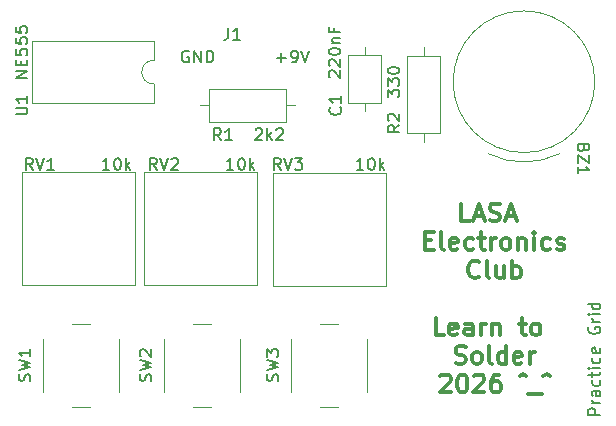
<source format=gbr>
%TF.GenerationSoftware,KiCad,Pcbnew,9.0.6*%
%TF.CreationDate,2026-01-05T22:50:17-06:00*%
%TF.ProjectId,learntosolderkit,6c656172-6e74-46f7-936f-6c6465726b69,rev?*%
%TF.SameCoordinates,Original*%
%TF.FileFunction,Legend,Top*%
%TF.FilePolarity,Positive*%
%FSLAX46Y46*%
G04 Gerber Fmt 4.6, Leading zero omitted, Abs format (unit mm)*
G04 Created by KiCad (PCBNEW 9.0.6) date 2026-01-05 22:50:17*
%MOMM*%
%LPD*%
G01*
G04 APERTURE LIST*
%ADD10C,0.150000*%
%ADD11C,0.300000*%
%ADD12C,0.100000*%
%ADD13C,0.120000*%
G04 APERTURE END LIST*
D10*
X160954819Y-107214285D02*
X159954819Y-107214285D01*
X159954819Y-107214285D02*
X159954819Y-106833333D01*
X159954819Y-106833333D02*
X160002438Y-106738095D01*
X160002438Y-106738095D02*
X160050057Y-106690476D01*
X160050057Y-106690476D02*
X160145295Y-106642857D01*
X160145295Y-106642857D02*
X160288152Y-106642857D01*
X160288152Y-106642857D02*
X160383390Y-106690476D01*
X160383390Y-106690476D02*
X160431009Y-106738095D01*
X160431009Y-106738095D02*
X160478628Y-106833333D01*
X160478628Y-106833333D02*
X160478628Y-107214285D01*
X160954819Y-106214285D02*
X160288152Y-106214285D01*
X160478628Y-106214285D02*
X160383390Y-106166666D01*
X160383390Y-106166666D02*
X160335771Y-106119047D01*
X160335771Y-106119047D02*
X160288152Y-106023809D01*
X160288152Y-106023809D02*
X160288152Y-105928571D01*
X160954819Y-105166666D02*
X160431009Y-105166666D01*
X160431009Y-105166666D02*
X160335771Y-105214285D01*
X160335771Y-105214285D02*
X160288152Y-105309523D01*
X160288152Y-105309523D02*
X160288152Y-105499999D01*
X160288152Y-105499999D02*
X160335771Y-105595237D01*
X160907200Y-105166666D02*
X160954819Y-105261904D01*
X160954819Y-105261904D02*
X160954819Y-105499999D01*
X160954819Y-105499999D02*
X160907200Y-105595237D01*
X160907200Y-105595237D02*
X160811961Y-105642856D01*
X160811961Y-105642856D02*
X160716723Y-105642856D01*
X160716723Y-105642856D02*
X160621485Y-105595237D01*
X160621485Y-105595237D02*
X160573866Y-105499999D01*
X160573866Y-105499999D02*
X160573866Y-105261904D01*
X160573866Y-105261904D02*
X160526247Y-105166666D01*
X160907200Y-104261904D02*
X160954819Y-104357142D01*
X160954819Y-104357142D02*
X160954819Y-104547618D01*
X160954819Y-104547618D02*
X160907200Y-104642856D01*
X160907200Y-104642856D02*
X160859580Y-104690475D01*
X160859580Y-104690475D02*
X160764342Y-104738094D01*
X160764342Y-104738094D02*
X160478628Y-104738094D01*
X160478628Y-104738094D02*
X160383390Y-104690475D01*
X160383390Y-104690475D02*
X160335771Y-104642856D01*
X160335771Y-104642856D02*
X160288152Y-104547618D01*
X160288152Y-104547618D02*
X160288152Y-104357142D01*
X160288152Y-104357142D02*
X160335771Y-104261904D01*
X160288152Y-103976189D02*
X160288152Y-103595237D01*
X159954819Y-103833332D02*
X160811961Y-103833332D01*
X160811961Y-103833332D02*
X160907200Y-103785713D01*
X160907200Y-103785713D02*
X160954819Y-103690475D01*
X160954819Y-103690475D02*
X160954819Y-103595237D01*
X160954819Y-103261903D02*
X160288152Y-103261903D01*
X159954819Y-103261903D02*
X160002438Y-103309522D01*
X160002438Y-103309522D02*
X160050057Y-103261903D01*
X160050057Y-103261903D02*
X160002438Y-103214284D01*
X160002438Y-103214284D02*
X159954819Y-103261903D01*
X159954819Y-103261903D02*
X160050057Y-103261903D01*
X160907200Y-102357142D02*
X160954819Y-102452380D01*
X160954819Y-102452380D02*
X160954819Y-102642856D01*
X160954819Y-102642856D02*
X160907200Y-102738094D01*
X160907200Y-102738094D02*
X160859580Y-102785713D01*
X160859580Y-102785713D02*
X160764342Y-102833332D01*
X160764342Y-102833332D02*
X160478628Y-102833332D01*
X160478628Y-102833332D02*
X160383390Y-102785713D01*
X160383390Y-102785713D02*
X160335771Y-102738094D01*
X160335771Y-102738094D02*
X160288152Y-102642856D01*
X160288152Y-102642856D02*
X160288152Y-102452380D01*
X160288152Y-102452380D02*
X160335771Y-102357142D01*
X160907200Y-101547618D02*
X160954819Y-101642856D01*
X160954819Y-101642856D02*
X160954819Y-101833332D01*
X160954819Y-101833332D02*
X160907200Y-101928570D01*
X160907200Y-101928570D02*
X160811961Y-101976189D01*
X160811961Y-101976189D02*
X160431009Y-101976189D01*
X160431009Y-101976189D02*
X160335771Y-101928570D01*
X160335771Y-101928570D02*
X160288152Y-101833332D01*
X160288152Y-101833332D02*
X160288152Y-101642856D01*
X160288152Y-101642856D02*
X160335771Y-101547618D01*
X160335771Y-101547618D02*
X160431009Y-101499999D01*
X160431009Y-101499999D02*
X160526247Y-101499999D01*
X160526247Y-101499999D02*
X160621485Y-101976189D01*
X160002438Y-99785713D02*
X159954819Y-99880951D01*
X159954819Y-99880951D02*
X159954819Y-100023808D01*
X159954819Y-100023808D02*
X160002438Y-100166665D01*
X160002438Y-100166665D02*
X160097676Y-100261903D01*
X160097676Y-100261903D02*
X160192914Y-100309522D01*
X160192914Y-100309522D02*
X160383390Y-100357141D01*
X160383390Y-100357141D02*
X160526247Y-100357141D01*
X160526247Y-100357141D02*
X160716723Y-100309522D01*
X160716723Y-100309522D02*
X160811961Y-100261903D01*
X160811961Y-100261903D02*
X160907200Y-100166665D01*
X160907200Y-100166665D02*
X160954819Y-100023808D01*
X160954819Y-100023808D02*
X160954819Y-99928570D01*
X160954819Y-99928570D02*
X160907200Y-99785713D01*
X160907200Y-99785713D02*
X160859580Y-99738094D01*
X160859580Y-99738094D02*
X160526247Y-99738094D01*
X160526247Y-99738094D02*
X160526247Y-99928570D01*
X160954819Y-99309522D02*
X160288152Y-99309522D01*
X160478628Y-99309522D02*
X160383390Y-99261903D01*
X160383390Y-99261903D02*
X160335771Y-99214284D01*
X160335771Y-99214284D02*
X160288152Y-99119046D01*
X160288152Y-99119046D02*
X160288152Y-99023808D01*
X160954819Y-98690474D02*
X160288152Y-98690474D01*
X159954819Y-98690474D02*
X160002438Y-98738093D01*
X160002438Y-98738093D02*
X160050057Y-98690474D01*
X160050057Y-98690474D02*
X160002438Y-98642855D01*
X160002438Y-98642855D02*
X159954819Y-98690474D01*
X159954819Y-98690474D02*
X160050057Y-98690474D01*
X160954819Y-97785713D02*
X159954819Y-97785713D01*
X160907200Y-97785713D02*
X160954819Y-97880951D01*
X160954819Y-97880951D02*
X160954819Y-98071427D01*
X160954819Y-98071427D02*
X160907200Y-98166665D01*
X160907200Y-98166665D02*
X160859580Y-98214284D01*
X160859580Y-98214284D02*
X160764342Y-98261903D01*
X160764342Y-98261903D02*
X160478628Y-98261903D01*
X160478628Y-98261903D02*
X160383390Y-98214284D01*
X160383390Y-98214284D02*
X160335771Y-98166665D01*
X160335771Y-98166665D02*
X160288152Y-98071427D01*
X160288152Y-98071427D02*
X160288152Y-97880951D01*
X160288152Y-97880951D02*
X160335771Y-97785713D01*
X112454819Y-78666666D02*
X111454819Y-78666666D01*
X111454819Y-78666666D02*
X112454819Y-78095238D01*
X112454819Y-78095238D02*
X111454819Y-78095238D01*
X111931009Y-77619047D02*
X111931009Y-77285714D01*
X112454819Y-77142857D02*
X112454819Y-77619047D01*
X112454819Y-77619047D02*
X111454819Y-77619047D01*
X111454819Y-77619047D02*
X111454819Y-77142857D01*
X111454819Y-76238095D02*
X111454819Y-76714285D01*
X111454819Y-76714285D02*
X111931009Y-76761904D01*
X111931009Y-76761904D02*
X111883390Y-76714285D01*
X111883390Y-76714285D02*
X111835771Y-76619047D01*
X111835771Y-76619047D02*
X111835771Y-76380952D01*
X111835771Y-76380952D02*
X111883390Y-76285714D01*
X111883390Y-76285714D02*
X111931009Y-76238095D01*
X111931009Y-76238095D02*
X112026247Y-76190476D01*
X112026247Y-76190476D02*
X112264342Y-76190476D01*
X112264342Y-76190476D02*
X112359580Y-76238095D01*
X112359580Y-76238095D02*
X112407200Y-76285714D01*
X112407200Y-76285714D02*
X112454819Y-76380952D01*
X112454819Y-76380952D02*
X112454819Y-76619047D01*
X112454819Y-76619047D02*
X112407200Y-76714285D01*
X112407200Y-76714285D02*
X112359580Y-76761904D01*
X111454819Y-75285714D02*
X111454819Y-75761904D01*
X111454819Y-75761904D02*
X111931009Y-75809523D01*
X111931009Y-75809523D02*
X111883390Y-75761904D01*
X111883390Y-75761904D02*
X111835771Y-75666666D01*
X111835771Y-75666666D02*
X111835771Y-75428571D01*
X111835771Y-75428571D02*
X111883390Y-75333333D01*
X111883390Y-75333333D02*
X111931009Y-75285714D01*
X111931009Y-75285714D02*
X112026247Y-75238095D01*
X112026247Y-75238095D02*
X112264342Y-75238095D01*
X112264342Y-75238095D02*
X112359580Y-75285714D01*
X112359580Y-75285714D02*
X112407200Y-75333333D01*
X112407200Y-75333333D02*
X112454819Y-75428571D01*
X112454819Y-75428571D02*
X112454819Y-75666666D01*
X112454819Y-75666666D02*
X112407200Y-75761904D01*
X112407200Y-75761904D02*
X112359580Y-75809523D01*
X111454819Y-74333333D02*
X111454819Y-74809523D01*
X111454819Y-74809523D02*
X111931009Y-74857142D01*
X111931009Y-74857142D02*
X111883390Y-74809523D01*
X111883390Y-74809523D02*
X111835771Y-74714285D01*
X111835771Y-74714285D02*
X111835771Y-74476190D01*
X111835771Y-74476190D02*
X111883390Y-74380952D01*
X111883390Y-74380952D02*
X111931009Y-74333333D01*
X111931009Y-74333333D02*
X112026247Y-74285714D01*
X112026247Y-74285714D02*
X112264342Y-74285714D01*
X112264342Y-74285714D02*
X112359580Y-74333333D01*
X112359580Y-74333333D02*
X112407200Y-74380952D01*
X112407200Y-74380952D02*
X112454819Y-74476190D01*
X112454819Y-74476190D02*
X112454819Y-74714285D01*
X112454819Y-74714285D02*
X112407200Y-74809523D01*
X112407200Y-74809523D02*
X112359580Y-74857142D01*
X142954819Y-80285713D02*
X142954819Y-79666666D01*
X142954819Y-79666666D02*
X143335771Y-79999999D01*
X143335771Y-79999999D02*
X143335771Y-79857142D01*
X143335771Y-79857142D02*
X143383390Y-79761904D01*
X143383390Y-79761904D02*
X143431009Y-79714285D01*
X143431009Y-79714285D02*
X143526247Y-79666666D01*
X143526247Y-79666666D02*
X143764342Y-79666666D01*
X143764342Y-79666666D02*
X143859580Y-79714285D01*
X143859580Y-79714285D02*
X143907200Y-79761904D01*
X143907200Y-79761904D02*
X143954819Y-79857142D01*
X143954819Y-79857142D02*
X143954819Y-80142856D01*
X143954819Y-80142856D02*
X143907200Y-80238094D01*
X143907200Y-80238094D02*
X143859580Y-80285713D01*
X142954819Y-79333332D02*
X142954819Y-78714285D01*
X142954819Y-78714285D02*
X143335771Y-79047618D01*
X143335771Y-79047618D02*
X143335771Y-78904761D01*
X143335771Y-78904761D02*
X143383390Y-78809523D01*
X143383390Y-78809523D02*
X143431009Y-78761904D01*
X143431009Y-78761904D02*
X143526247Y-78714285D01*
X143526247Y-78714285D02*
X143764342Y-78714285D01*
X143764342Y-78714285D02*
X143859580Y-78761904D01*
X143859580Y-78761904D02*
X143907200Y-78809523D01*
X143907200Y-78809523D02*
X143954819Y-78904761D01*
X143954819Y-78904761D02*
X143954819Y-79190475D01*
X143954819Y-79190475D02*
X143907200Y-79285713D01*
X143907200Y-79285713D02*
X143859580Y-79333332D01*
X142954819Y-78095237D02*
X142954819Y-77999999D01*
X142954819Y-77999999D02*
X143002438Y-77904761D01*
X143002438Y-77904761D02*
X143050057Y-77857142D01*
X143050057Y-77857142D02*
X143145295Y-77809523D01*
X143145295Y-77809523D02*
X143335771Y-77761904D01*
X143335771Y-77761904D02*
X143573866Y-77761904D01*
X143573866Y-77761904D02*
X143764342Y-77809523D01*
X143764342Y-77809523D02*
X143859580Y-77857142D01*
X143859580Y-77857142D02*
X143907200Y-77904761D01*
X143907200Y-77904761D02*
X143954819Y-77999999D01*
X143954819Y-77999999D02*
X143954819Y-78095237D01*
X143954819Y-78095237D02*
X143907200Y-78190475D01*
X143907200Y-78190475D02*
X143859580Y-78238094D01*
X143859580Y-78238094D02*
X143764342Y-78285713D01*
X143764342Y-78285713D02*
X143573866Y-78333332D01*
X143573866Y-78333332D02*
X143335771Y-78333332D01*
X143335771Y-78333332D02*
X143145295Y-78285713D01*
X143145295Y-78285713D02*
X143050057Y-78238094D01*
X143050057Y-78238094D02*
X143002438Y-78190475D01*
X143002438Y-78190475D02*
X142954819Y-78095237D01*
X138050057Y-78619047D02*
X138002438Y-78571428D01*
X138002438Y-78571428D02*
X137954819Y-78476190D01*
X137954819Y-78476190D02*
X137954819Y-78238095D01*
X137954819Y-78238095D02*
X138002438Y-78142857D01*
X138002438Y-78142857D02*
X138050057Y-78095238D01*
X138050057Y-78095238D02*
X138145295Y-78047619D01*
X138145295Y-78047619D02*
X138240533Y-78047619D01*
X138240533Y-78047619D02*
X138383390Y-78095238D01*
X138383390Y-78095238D02*
X138954819Y-78666666D01*
X138954819Y-78666666D02*
X138954819Y-78047619D01*
X138050057Y-77666666D02*
X138002438Y-77619047D01*
X138002438Y-77619047D02*
X137954819Y-77523809D01*
X137954819Y-77523809D02*
X137954819Y-77285714D01*
X137954819Y-77285714D02*
X138002438Y-77190476D01*
X138002438Y-77190476D02*
X138050057Y-77142857D01*
X138050057Y-77142857D02*
X138145295Y-77095238D01*
X138145295Y-77095238D02*
X138240533Y-77095238D01*
X138240533Y-77095238D02*
X138383390Y-77142857D01*
X138383390Y-77142857D02*
X138954819Y-77714285D01*
X138954819Y-77714285D02*
X138954819Y-77095238D01*
X137954819Y-76476190D02*
X137954819Y-76380952D01*
X137954819Y-76380952D02*
X138002438Y-76285714D01*
X138002438Y-76285714D02*
X138050057Y-76238095D01*
X138050057Y-76238095D02*
X138145295Y-76190476D01*
X138145295Y-76190476D02*
X138335771Y-76142857D01*
X138335771Y-76142857D02*
X138573866Y-76142857D01*
X138573866Y-76142857D02*
X138764342Y-76190476D01*
X138764342Y-76190476D02*
X138859580Y-76238095D01*
X138859580Y-76238095D02*
X138907200Y-76285714D01*
X138907200Y-76285714D02*
X138954819Y-76380952D01*
X138954819Y-76380952D02*
X138954819Y-76476190D01*
X138954819Y-76476190D02*
X138907200Y-76571428D01*
X138907200Y-76571428D02*
X138859580Y-76619047D01*
X138859580Y-76619047D02*
X138764342Y-76666666D01*
X138764342Y-76666666D02*
X138573866Y-76714285D01*
X138573866Y-76714285D02*
X138335771Y-76714285D01*
X138335771Y-76714285D02*
X138145295Y-76666666D01*
X138145295Y-76666666D02*
X138050057Y-76619047D01*
X138050057Y-76619047D02*
X138002438Y-76571428D01*
X138002438Y-76571428D02*
X137954819Y-76476190D01*
X138288152Y-75714285D02*
X138954819Y-75714285D01*
X138383390Y-75714285D02*
X138335771Y-75666666D01*
X138335771Y-75666666D02*
X138288152Y-75571428D01*
X138288152Y-75571428D02*
X138288152Y-75428571D01*
X138288152Y-75428571D02*
X138335771Y-75333333D01*
X138335771Y-75333333D02*
X138431009Y-75285714D01*
X138431009Y-75285714D02*
X138954819Y-75285714D01*
X138431009Y-74476190D02*
X138431009Y-74809523D01*
X138954819Y-74809523D02*
X137954819Y-74809523D01*
X137954819Y-74809523D02*
X137954819Y-74333333D01*
X140904761Y-86454819D02*
X140333333Y-86454819D01*
X140619047Y-86454819D02*
X140619047Y-85454819D01*
X140619047Y-85454819D02*
X140523809Y-85597676D01*
X140523809Y-85597676D02*
X140428571Y-85692914D01*
X140428571Y-85692914D02*
X140333333Y-85740533D01*
X141523809Y-85454819D02*
X141619047Y-85454819D01*
X141619047Y-85454819D02*
X141714285Y-85502438D01*
X141714285Y-85502438D02*
X141761904Y-85550057D01*
X141761904Y-85550057D02*
X141809523Y-85645295D01*
X141809523Y-85645295D02*
X141857142Y-85835771D01*
X141857142Y-85835771D02*
X141857142Y-86073866D01*
X141857142Y-86073866D02*
X141809523Y-86264342D01*
X141809523Y-86264342D02*
X141761904Y-86359580D01*
X141761904Y-86359580D02*
X141714285Y-86407200D01*
X141714285Y-86407200D02*
X141619047Y-86454819D01*
X141619047Y-86454819D02*
X141523809Y-86454819D01*
X141523809Y-86454819D02*
X141428571Y-86407200D01*
X141428571Y-86407200D02*
X141380952Y-86359580D01*
X141380952Y-86359580D02*
X141333333Y-86264342D01*
X141333333Y-86264342D02*
X141285714Y-86073866D01*
X141285714Y-86073866D02*
X141285714Y-85835771D01*
X141285714Y-85835771D02*
X141333333Y-85645295D01*
X141333333Y-85645295D02*
X141380952Y-85550057D01*
X141380952Y-85550057D02*
X141428571Y-85502438D01*
X141428571Y-85502438D02*
X141523809Y-85454819D01*
X142285714Y-86454819D02*
X142285714Y-85454819D01*
X142380952Y-86073866D02*
X142666666Y-86454819D01*
X142666666Y-85788152D02*
X142285714Y-86169104D01*
X129904761Y-86454819D02*
X129333333Y-86454819D01*
X129619047Y-86454819D02*
X129619047Y-85454819D01*
X129619047Y-85454819D02*
X129523809Y-85597676D01*
X129523809Y-85597676D02*
X129428571Y-85692914D01*
X129428571Y-85692914D02*
X129333333Y-85740533D01*
X130523809Y-85454819D02*
X130619047Y-85454819D01*
X130619047Y-85454819D02*
X130714285Y-85502438D01*
X130714285Y-85502438D02*
X130761904Y-85550057D01*
X130761904Y-85550057D02*
X130809523Y-85645295D01*
X130809523Y-85645295D02*
X130857142Y-85835771D01*
X130857142Y-85835771D02*
X130857142Y-86073866D01*
X130857142Y-86073866D02*
X130809523Y-86264342D01*
X130809523Y-86264342D02*
X130761904Y-86359580D01*
X130761904Y-86359580D02*
X130714285Y-86407200D01*
X130714285Y-86407200D02*
X130619047Y-86454819D01*
X130619047Y-86454819D02*
X130523809Y-86454819D01*
X130523809Y-86454819D02*
X130428571Y-86407200D01*
X130428571Y-86407200D02*
X130380952Y-86359580D01*
X130380952Y-86359580D02*
X130333333Y-86264342D01*
X130333333Y-86264342D02*
X130285714Y-86073866D01*
X130285714Y-86073866D02*
X130285714Y-85835771D01*
X130285714Y-85835771D02*
X130333333Y-85645295D01*
X130333333Y-85645295D02*
X130380952Y-85550057D01*
X130380952Y-85550057D02*
X130428571Y-85502438D01*
X130428571Y-85502438D02*
X130523809Y-85454819D01*
X131285714Y-86454819D02*
X131285714Y-85454819D01*
X131380952Y-86073866D02*
X131666666Y-86454819D01*
X131666666Y-85788152D02*
X131285714Y-86169104D01*
X119404761Y-86454819D02*
X118833333Y-86454819D01*
X119119047Y-86454819D02*
X119119047Y-85454819D01*
X119119047Y-85454819D02*
X119023809Y-85597676D01*
X119023809Y-85597676D02*
X118928571Y-85692914D01*
X118928571Y-85692914D02*
X118833333Y-85740533D01*
X120023809Y-85454819D02*
X120119047Y-85454819D01*
X120119047Y-85454819D02*
X120214285Y-85502438D01*
X120214285Y-85502438D02*
X120261904Y-85550057D01*
X120261904Y-85550057D02*
X120309523Y-85645295D01*
X120309523Y-85645295D02*
X120357142Y-85835771D01*
X120357142Y-85835771D02*
X120357142Y-86073866D01*
X120357142Y-86073866D02*
X120309523Y-86264342D01*
X120309523Y-86264342D02*
X120261904Y-86359580D01*
X120261904Y-86359580D02*
X120214285Y-86407200D01*
X120214285Y-86407200D02*
X120119047Y-86454819D01*
X120119047Y-86454819D02*
X120023809Y-86454819D01*
X120023809Y-86454819D02*
X119928571Y-86407200D01*
X119928571Y-86407200D02*
X119880952Y-86359580D01*
X119880952Y-86359580D02*
X119833333Y-86264342D01*
X119833333Y-86264342D02*
X119785714Y-86073866D01*
X119785714Y-86073866D02*
X119785714Y-85835771D01*
X119785714Y-85835771D02*
X119833333Y-85645295D01*
X119833333Y-85645295D02*
X119880952Y-85550057D01*
X119880952Y-85550057D02*
X119928571Y-85502438D01*
X119928571Y-85502438D02*
X120023809Y-85454819D01*
X120785714Y-86454819D02*
X120785714Y-85454819D01*
X120880952Y-86073866D02*
X121166666Y-86454819D01*
X121166666Y-85788152D02*
X120785714Y-86169104D01*
X131783333Y-83050057D02*
X131830952Y-83002438D01*
X131830952Y-83002438D02*
X131926190Y-82954819D01*
X131926190Y-82954819D02*
X132164285Y-82954819D01*
X132164285Y-82954819D02*
X132259523Y-83002438D01*
X132259523Y-83002438D02*
X132307142Y-83050057D01*
X132307142Y-83050057D02*
X132354761Y-83145295D01*
X132354761Y-83145295D02*
X132354761Y-83240533D01*
X132354761Y-83240533D02*
X132307142Y-83383390D01*
X132307142Y-83383390D02*
X131735714Y-83954819D01*
X131735714Y-83954819D02*
X132354761Y-83954819D01*
X132783333Y-83954819D02*
X132783333Y-82954819D01*
X132878571Y-83573866D02*
X133164285Y-83954819D01*
X133164285Y-83288152D02*
X132783333Y-83669104D01*
X133545238Y-83050057D02*
X133592857Y-83002438D01*
X133592857Y-83002438D02*
X133688095Y-82954819D01*
X133688095Y-82954819D02*
X133926190Y-82954819D01*
X133926190Y-82954819D02*
X134021428Y-83002438D01*
X134021428Y-83002438D02*
X134069047Y-83050057D01*
X134069047Y-83050057D02*
X134116666Y-83145295D01*
X134116666Y-83145295D02*
X134116666Y-83240533D01*
X134116666Y-83240533D02*
X134069047Y-83383390D01*
X134069047Y-83383390D02*
X133497619Y-83954819D01*
X133497619Y-83954819D02*
X134116666Y-83954819D01*
D11*
X149892857Y-90811332D02*
X149178571Y-90811332D01*
X149178571Y-90811332D02*
X149178571Y-89311332D01*
X150321429Y-90382761D02*
X151035715Y-90382761D01*
X150178572Y-90811332D02*
X150678572Y-89311332D01*
X150678572Y-89311332D02*
X151178572Y-90811332D01*
X151607143Y-90739904D02*
X151821429Y-90811332D01*
X151821429Y-90811332D02*
X152178571Y-90811332D01*
X152178571Y-90811332D02*
X152321429Y-90739904D01*
X152321429Y-90739904D02*
X152392857Y-90668475D01*
X152392857Y-90668475D02*
X152464286Y-90525618D01*
X152464286Y-90525618D02*
X152464286Y-90382761D01*
X152464286Y-90382761D02*
X152392857Y-90239904D01*
X152392857Y-90239904D02*
X152321429Y-90168475D01*
X152321429Y-90168475D02*
X152178571Y-90097046D01*
X152178571Y-90097046D02*
X151892857Y-90025618D01*
X151892857Y-90025618D02*
X151750000Y-89954189D01*
X151750000Y-89954189D02*
X151678571Y-89882761D01*
X151678571Y-89882761D02*
X151607143Y-89739904D01*
X151607143Y-89739904D02*
X151607143Y-89597046D01*
X151607143Y-89597046D02*
X151678571Y-89454189D01*
X151678571Y-89454189D02*
X151750000Y-89382761D01*
X151750000Y-89382761D02*
X151892857Y-89311332D01*
X151892857Y-89311332D02*
X152250000Y-89311332D01*
X152250000Y-89311332D02*
X152464286Y-89382761D01*
X153035714Y-90382761D02*
X153750000Y-90382761D01*
X152892857Y-90811332D02*
X153392857Y-89311332D01*
X153392857Y-89311332D02*
X153892857Y-90811332D01*
X146142857Y-92440534D02*
X146642857Y-92440534D01*
X146857143Y-93226248D02*
X146142857Y-93226248D01*
X146142857Y-93226248D02*
X146142857Y-91726248D01*
X146142857Y-91726248D02*
X146857143Y-91726248D01*
X147714286Y-93226248D02*
X147571429Y-93154820D01*
X147571429Y-93154820D02*
X147500000Y-93011962D01*
X147500000Y-93011962D02*
X147500000Y-91726248D01*
X148857143Y-93154820D02*
X148714286Y-93226248D01*
X148714286Y-93226248D02*
X148428572Y-93226248D01*
X148428572Y-93226248D02*
X148285714Y-93154820D01*
X148285714Y-93154820D02*
X148214286Y-93011962D01*
X148214286Y-93011962D02*
X148214286Y-92440534D01*
X148214286Y-92440534D02*
X148285714Y-92297677D01*
X148285714Y-92297677D02*
X148428572Y-92226248D01*
X148428572Y-92226248D02*
X148714286Y-92226248D01*
X148714286Y-92226248D02*
X148857143Y-92297677D01*
X148857143Y-92297677D02*
X148928572Y-92440534D01*
X148928572Y-92440534D02*
X148928572Y-92583391D01*
X148928572Y-92583391D02*
X148214286Y-92726248D01*
X150214286Y-93154820D02*
X150071428Y-93226248D01*
X150071428Y-93226248D02*
X149785714Y-93226248D01*
X149785714Y-93226248D02*
X149642857Y-93154820D01*
X149642857Y-93154820D02*
X149571428Y-93083391D01*
X149571428Y-93083391D02*
X149500000Y-92940534D01*
X149500000Y-92940534D02*
X149500000Y-92511962D01*
X149500000Y-92511962D02*
X149571428Y-92369105D01*
X149571428Y-92369105D02*
X149642857Y-92297677D01*
X149642857Y-92297677D02*
X149785714Y-92226248D01*
X149785714Y-92226248D02*
X150071428Y-92226248D01*
X150071428Y-92226248D02*
X150214286Y-92297677D01*
X150642857Y-92226248D02*
X151214285Y-92226248D01*
X150857142Y-91726248D02*
X150857142Y-93011962D01*
X150857142Y-93011962D02*
X150928571Y-93154820D01*
X150928571Y-93154820D02*
X151071428Y-93226248D01*
X151071428Y-93226248D02*
X151214285Y-93226248D01*
X151714285Y-93226248D02*
X151714285Y-92226248D01*
X151714285Y-92511962D02*
X151785714Y-92369105D01*
X151785714Y-92369105D02*
X151857143Y-92297677D01*
X151857143Y-92297677D02*
X152000000Y-92226248D01*
X152000000Y-92226248D02*
X152142857Y-92226248D01*
X152857142Y-93226248D02*
X152714285Y-93154820D01*
X152714285Y-93154820D02*
X152642856Y-93083391D01*
X152642856Y-93083391D02*
X152571428Y-92940534D01*
X152571428Y-92940534D02*
X152571428Y-92511962D01*
X152571428Y-92511962D02*
X152642856Y-92369105D01*
X152642856Y-92369105D02*
X152714285Y-92297677D01*
X152714285Y-92297677D02*
X152857142Y-92226248D01*
X152857142Y-92226248D02*
X153071428Y-92226248D01*
X153071428Y-92226248D02*
X153214285Y-92297677D01*
X153214285Y-92297677D02*
X153285714Y-92369105D01*
X153285714Y-92369105D02*
X153357142Y-92511962D01*
X153357142Y-92511962D02*
X153357142Y-92940534D01*
X153357142Y-92940534D02*
X153285714Y-93083391D01*
X153285714Y-93083391D02*
X153214285Y-93154820D01*
X153214285Y-93154820D02*
X153071428Y-93226248D01*
X153071428Y-93226248D02*
X152857142Y-93226248D01*
X153999999Y-92226248D02*
X153999999Y-93226248D01*
X153999999Y-92369105D02*
X154071428Y-92297677D01*
X154071428Y-92297677D02*
X154214285Y-92226248D01*
X154214285Y-92226248D02*
X154428571Y-92226248D01*
X154428571Y-92226248D02*
X154571428Y-92297677D01*
X154571428Y-92297677D02*
X154642857Y-92440534D01*
X154642857Y-92440534D02*
X154642857Y-93226248D01*
X155357142Y-93226248D02*
X155357142Y-92226248D01*
X155357142Y-91726248D02*
X155285714Y-91797677D01*
X155285714Y-91797677D02*
X155357142Y-91869105D01*
X155357142Y-91869105D02*
X155428571Y-91797677D01*
X155428571Y-91797677D02*
X155357142Y-91726248D01*
X155357142Y-91726248D02*
X155357142Y-91869105D01*
X156714286Y-93154820D02*
X156571428Y-93226248D01*
X156571428Y-93226248D02*
X156285714Y-93226248D01*
X156285714Y-93226248D02*
X156142857Y-93154820D01*
X156142857Y-93154820D02*
X156071428Y-93083391D01*
X156071428Y-93083391D02*
X156000000Y-92940534D01*
X156000000Y-92940534D02*
X156000000Y-92511962D01*
X156000000Y-92511962D02*
X156071428Y-92369105D01*
X156071428Y-92369105D02*
X156142857Y-92297677D01*
X156142857Y-92297677D02*
X156285714Y-92226248D01*
X156285714Y-92226248D02*
X156571428Y-92226248D01*
X156571428Y-92226248D02*
X156714286Y-92297677D01*
X157285714Y-93154820D02*
X157428571Y-93226248D01*
X157428571Y-93226248D02*
X157714285Y-93226248D01*
X157714285Y-93226248D02*
X157857142Y-93154820D01*
X157857142Y-93154820D02*
X157928571Y-93011962D01*
X157928571Y-93011962D02*
X157928571Y-92940534D01*
X157928571Y-92940534D02*
X157857142Y-92797677D01*
X157857142Y-92797677D02*
X157714285Y-92726248D01*
X157714285Y-92726248D02*
X157500000Y-92726248D01*
X157500000Y-92726248D02*
X157357142Y-92654820D01*
X157357142Y-92654820D02*
X157285714Y-92511962D01*
X157285714Y-92511962D02*
X157285714Y-92440534D01*
X157285714Y-92440534D02*
X157357142Y-92297677D01*
X157357142Y-92297677D02*
X157500000Y-92226248D01*
X157500000Y-92226248D02*
X157714285Y-92226248D01*
X157714285Y-92226248D02*
X157857142Y-92297677D01*
X150714285Y-95498307D02*
X150642857Y-95569736D01*
X150642857Y-95569736D02*
X150428571Y-95641164D01*
X150428571Y-95641164D02*
X150285714Y-95641164D01*
X150285714Y-95641164D02*
X150071428Y-95569736D01*
X150071428Y-95569736D02*
X149928571Y-95426878D01*
X149928571Y-95426878D02*
X149857142Y-95284021D01*
X149857142Y-95284021D02*
X149785714Y-94998307D01*
X149785714Y-94998307D02*
X149785714Y-94784021D01*
X149785714Y-94784021D02*
X149857142Y-94498307D01*
X149857142Y-94498307D02*
X149928571Y-94355450D01*
X149928571Y-94355450D02*
X150071428Y-94212593D01*
X150071428Y-94212593D02*
X150285714Y-94141164D01*
X150285714Y-94141164D02*
X150428571Y-94141164D01*
X150428571Y-94141164D02*
X150642857Y-94212593D01*
X150642857Y-94212593D02*
X150714285Y-94284021D01*
X151571428Y-95641164D02*
X151428571Y-95569736D01*
X151428571Y-95569736D02*
X151357142Y-95426878D01*
X151357142Y-95426878D02*
X151357142Y-94141164D01*
X152785714Y-94641164D02*
X152785714Y-95641164D01*
X152142856Y-94641164D02*
X152142856Y-95426878D01*
X152142856Y-95426878D02*
X152214285Y-95569736D01*
X152214285Y-95569736D02*
X152357142Y-95641164D01*
X152357142Y-95641164D02*
X152571428Y-95641164D01*
X152571428Y-95641164D02*
X152714285Y-95569736D01*
X152714285Y-95569736D02*
X152785714Y-95498307D01*
X153499999Y-95641164D02*
X153499999Y-94141164D01*
X153499999Y-94712593D02*
X153642857Y-94641164D01*
X153642857Y-94641164D02*
X153928571Y-94641164D01*
X153928571Y-94641164D02*
X154071428Y-94712593D01*
X154071428Y-94712593D02*
X154142857Y-94784021D01*
X154142857Y-94784021D02*
X154214285Y-94926878D01*
X154214285Y-94926878D02*
X154214285Y-95355450D01*
X154214285Y-95355450D02*
X154142857Y-95498307D01*
X154142857Y-95498307D02*
X154071428Y-95569736D01*
X154071428Y-95569736D02*
X153928571Y-95641164D01*
X153928571Y-95641164D02*
X153642857Y-95641164D01*
X153642857Y-95641164D02*
X153499999Y-95569736D01*
X147750000Y-100470996D02*
X147035714Y-100470996D01*
X147035714Y-100470996D02*
X147035714Y-98970996D01*
X148821429Y-100399568D02*
X148678572Y-100470996D01*
X148678572Y-100470996D02*
X148392858Y-100470996D01*
X148392858Y-100470996D02*
X148250000Y-100399568D01*
X148250000Y-100399568D02*
X148178572Y-100256710D01*
X148178572Y-100256710D02*
X148178572Y-99685282D01*
X148178572Y-99685282D02*
X148250000Y-99542425D01*
X148250000Y-99542425D02*
X148392858Y-99470996D01*
X148392858Y-99470996D02*
X148678572Y-99470996D01*
X148678572Y-99470996D02*
X148821429Y-99542425D01*
X148821429Y-99542425D02*
X148892858Y-99685282D01*
X148892858Y-99685282D02*
X148892858Y-99828139D01*
X148892858Y-99828139D02*
X148178572Y-99970996D01*
X150178572Y-100470996D02*
X150178572Y-99685282D01*
X150178572Y-99685282D02*
X150107143Y-99542425D01*
X150107143Y-99542425D02*
X149964286Y-99470996D01*
X149964286Y-99470996D02*
X149678572Y-99470996D01*
X149678572Y-99470996D02*
X149535714Y-99542425D01*
X150178572Y-100399568D02*
X150035714Y-100470996D01*
X150035714Y-100470996D02*
X149678572Y-100470996D01*
X149678572Y-100470996D02*
X149535714Y-100399568D01*
X149535714Y-100399568D02*
X149464286Y-100256710D01*
X149464286Y-100256710D02*
X149464286Y-100113853D01*
X149464286Y-100113853D02*
X149535714Y-99970996D01*
X149535714Y-99970996D02*
X149678572Y-99899568D01*
X149678572Y-99899568D02*
X150035714Y-99899568D01*
X150035714Y-99899568D02*
X150178572Y-99828139D01*
X150892857Y-100470996D02*
X150892857Y-99470996D01*
X150892857Y-99756710D02*
X150964286Y-99613853D01*
X150964286Y-99613853D02*
X151035715Y-99542425D01*
X151035715Y-99542425D02*
X151178572Y-99470996D01*
X151178572Y-99470996D02*
X151321429Y-99470996D01*
X151821428Y-99470996D02*
X151821428Y-100470996D01*
X151821428Y-99613853D02*
X151892857Y-99542425D01*
X151892857Y-99542425D02*
X152035714Y-99470996D01*
X152035714Y-99470996D02*
X152250000Y-99470996D01*
X152250000Y-99470996D02*
X152392857Y-99542425D01*
X152392857Y-99542425D02*
X152464286Y-99685282D01*
X152464286Y-99685282D02*
X152464286Y-100470996D01*
X154107143Y-99470996D02*
X154678571Y-99470996D01*
X154321428Y-98970996D02*
X154321428Y-100256710D01*
X154321428Y-100256710D02*
X154392857Y-100399568D01*
X154392857Y-100399568D02*
X154535714Y-100470996D01*
X154535714Y-100470996D02*
X154678571Y-100470996D01*
X155392857Y-100470996D02*
X155250000Y-100399568D01*
X155250000Y-100399568D02*
X155178571Y-100328139D01*
X155178571Y-100328139D02*
X155107143Y-100185282D01*
X155107143Y-100185282D02*
X155107143Y-99756710D01*
X155107143Y-99756710D02*
X155178571Y-99613853D01*
X155178571Y-99613853D02*
X155250000Y-99542425D01*
X155250000Y-99542425D02*
X155392857Y-99470996D01*
X155392857Y-99470996D02*
X155607143Y-99470996D01*
X155607143Y-99470996D02*
X155750000Y-99542425D01*
X155750000Y-99542425D02*
X155821429Y-99613853D01*
X155821429Y-99613853D02*
X155892857Y-99756710D01*
X155892857Y-99756710D02*
X155892857Y-100185282D01*
X155892857Y-100185282D02*
X155821429Y-100328139D01*
X155821429Y-100328139D02*
X155750000Y-100399568D01*
X155750000Y-100399568D02*
X155607143Y-100470996D01*
X155607143Y-100470996D02*
X155392857Y-100470996D01*
X148714286Y-102814484D02*
X148928572Y-102885912D01*
X148928572Y-102885912D02*
X149285714Y-102885912D01*
X149285714Y-102885912D02*
X149428572Y-102814484D01*
X149428572Y-102814484D02*
X149500000Y-102743055D01*
X149500000Y-102743055D02*
X149571429Y-102600198D01*
X149571429Y-102600198D02*
X149571429Y-102457341D01*
X149571429Y-102457341D02*
X149500000Y-102314484D01*
X149500000Y-102314484D02*
X149428572Y-102243055D01*
X149428572Y-102243055D02*
X149285714Y-102171626D01*
X149285714Y-102171626D02*
X149000000Y-102100198D01*
X149000000Y-102100198D02*
X148857143Y-102028769D01*
X148857143Y-102028769D02*
X148785714Y-101957341D01*
X148785714Y-101957341D02*
X148714286Y-101814484D01*
X148714286Y-101814484D02*
X148714286Y-101671626D01*
X148714286Y-101671626D02*
X148785714Y-101528769D01*
X148785714Y-101528769D02*
X148857143Y-101457341D01*
X148857143Y-101457341D02*
X149000000Y-101385912D01*
X149000000Y-101385912D02*
X149357143Y-101385912D01*
X149357143Y-101385912D02*
X149571429Y-101457341D01*
X150428571Y-102885912D02*
X150285714Y-102814484D01*
X150285714Y-102814484D02*
X150214285Y-102743055D01*
X150214285Y-102743055D02*
X150142857Y-102600198D01*
X150142857Y-102600198D02*
X150142857Y-102171626D01*
X150142857Y-102171626D02*
X150214285Y-102028769D01*
X150214285Y-102028769D02*
X150285714Y-101957341D01*
X150285714Y-101957341D02*
X150428571Y-101885912D01*
X150428571Y-101885912D02*
X150642857Y-101885912D01*
X150642857Y-101885912D02*
X150785714Y-101957341D01*
X150785714Y-101957341D02*
X150857143Y-102028769D01*
X150857143Y-102028769D02*
X150928571Y-102171626D01*
X150928571Y-102171626D02*
X150928571Y-102600198D01*
X150928571Y-102600198D02*
X150857143Y-102743055D01*
X150857143Y-102743055D02*
X150785714Y-102814484D01*
X150785714Y-102814484D02*
X150642857Y-102885912D01*
X150642857Y-102885912D02*
X150428571Y-102885912D01*
X151785714Y-102885912D02*
X151642857Y-102814484D01*
X151642857Y-102814484D02*
X151571428Y-102671626D01*
X151571428Y-102671626D02*
X151571428Y-101385912D01*
X153000000Y-102885912D02*
X153000000Y-101385912D01*
X153000000Y-102814484D02*
X152857142Y-102885912D01*
X152857142Y-102885912D02*
X152571428Y-102885912D01*
X152571428Y-102885912D02*
X152428571Y-102814484D01*
X152428571Y-102814484D02*
X152357142Y-102743055D01*
X152357142Y-102743055D02*
X152285714Y-102600198D01*
X152285714Y-102600198D02*
X152285714Y-102171626D01*
X152285714Y-102171626D02*
X152357142Y-102028769D01*
X152357142Y-102028769D02*
X152428571Y-101957341D01*
X152428571Y-101957341D02*
X152571428Y-101885912D01*
X152571428Y-101885912D02*
X152857142Y-101885912D01*
X152857142Y-101885912D02*
X153000000Y-101957341D01*
X154285714Y-102814484D02*
X154142857Y-102885912D01*
X154142857Y-102885912D02*
X153857143Y-102885912D01*
X153857143Y-102885912D02*
X153714285Y-102814484D01*
X153714285Y-102814484D02*
X153642857Y-102671626D01*
X153642857Y-102671626D02*
X153642857Y-102100198D01*
X153642857Y-102100198D02*
X153714285Y-101957341D01*
X153714285Y-101957341D02*
X153857143Y-101885912D01*
X153857143Y-101885912D02*
X154142857Y-101885912D01*
X154142857Y-101885912D02*
X154285714Y-101957341D01*
X154285714Y-101957341D02*
X154357143Y-102100198D01*
X154357143Y-102100198D02*
X154357143Y-102243055D01*
X154357143Y-102243055D02*
X153642857Y-102385912D01*
X154999999Y-102885912D02*
X154999999Y-101885912D01*
X154999999Y-102171626D02*
X155071428Y-102028769D01*
X155071428Y-102028769D02*
X155142857Y-101957341D01*
X155142857Y-101957341D02*
X155285714Y-101885912D01*
X155285714Y-101885912D02*
X155428571Y-101885912D01*
X147428572Y-103943685D02*
X147500000Y-103872257D01*
X147500000Y-103872257D02*
X147642858Y-103800828D01*
X147642858Y-103800828D02*
X148000000Y-103800828D01*
X148000000Y-103800828D02*
X148142858Y-103872257D01*
X148142858Y-103872257D02*
X148214286Y-103943685D01*
X148214286Y-103943685D02*
X148285715Y-104086542D01*
X148285715Y-104086542D02*
X148285715Y-104229400D01*
X148285715Y-104229400D02*
X148214286Y-104443685D01*
X148214286Y-104443685D02*
X147357143Y-105300828D01*
X147357143Y-105300828D02*
X148285715Y-105300828D01*
X149214286Y-103800828D02*
X149357143Y-103800828D01*
X149357143Y-103800828D02*
X149500000Y-103872257D01*
X149500000Y-103872257D02*
X149571429Y-103943685D01*
X149571429Y-103943685D02*
X149642857Y-104086542D01*
X149642857Y-104086542D02*
X149714286Y-104372257D01*
X149714286Y-104372257D02*
X149714286Y-104729400D01*
X149714286Y-104729400D02*
X149642857Y-105015114D01*
X149642857Y-105015114D02*
X149571429Y-105157971D01*
X149571429Y-105157971D02*
X149500000Y-105229400D01*
X149500000Y-105229400D02*
X149357143Y-105300828D01*
X149357143Y-105300828D02*
X149214286Y-105300828D01*
X149214286Y-105300828D02*
X149071429Y-105229400D01*
X149071429Y-105229400D02*
X149000000Y-105157971D01*
X149000000Y-105157971D02*
X148928571Y-105015114D01*
X148928571Y-105015114D02*
X148857143Y-104729400D01*
X148857143Y-104729400D02*
X148857143Y-104372257D01*
X148857143Y-104372257D02*
X148928571Y-104086542D01*
X148928571Y-104086542D02*
X149000000Y-103943685D01*
X149000000Y-103943685D02*
X149071429Y-103872257D01*
X149071429Y-103872257D02*
X149214286Y-103800828D01*
X150285714Y-103943685D02*
X150357142Y-103872257D01*
X150357142Y-103872257D02*
X150500000Y-103800828D01*
X150500000Y-103800828D02*
X150857142Y-103800828D01*
X150857142Y-103800828D02*
X151000000Y-103872257D01*
X151000000Y-103872257D02*
X151071428Y-103943685D01*
X151071428Y-103943685D02*
X151142857Y-104086542D01*
X151142857Y-104086542D02*
X151142857Y-104229400D01*
X151142857Y-104229400D02*
X151071428Y-104443685D01*
X151071428Y-104443685D02*
X150214285Y-105300828D01*
X150214285Y-105300828D02*
X151142857Y-105300828D01*
X152428571Y-103800828D02*
X152142856Y-103800828D01*
X152142856Y-103800828D02*
X151999999Y-103872257D01*
X151999999Y-103872257D02*
X151928571Y-103943685D01*
X151928571Y-103943685D02*
X151785713Y-104157971D01*
X151785713Y-104157971D02*
X151714285Y-104443685D01*
X151714285Y-104443685D02*
X151714285Y-105015114D01*
X151714285Y-105015114D02*
X151785713Y-105157971D01*
X151785713Y-105157971D02*
X151857142Y-105229400D01*
X151857142Y-105229400D02*
X151999999Y-105300828D01*
X151999999Y-105300828D02*
X152285713Y-105300828D01*
X152285713Y-105300828D02*
X152428571Y-105229400D01*
X152428571Y-105229400D02*
X152499999Y-105157971D01*
X152499999Y-105157971D02*
X152571428Y-105015114D01*
X152571428Y-105015114D02*
X152571428Y-104657971D01*
X152571428Y-104657971D02*
X152499999Y-104515114D01*
X152499999Y-104515114D02*
X152428571Y-104443685D01*
X152428571Y-104443685D02*
X152285713Y-104372257D01*
X152285713Y-104372257D02*
X151999999Y-104372257D01*
X151999999Y-104372257D02*
X151857142Y-104443685D01*
X151857142Y-104443685D02*
X151785713Y-104515114D01*
X151785713Y-104515114D02*
X151714285Y-104657971D01*
X154142856Y-103943685D02*
X154428570Y-103729400D01*
X154428570Y-103729400D02*
X154714284Y-103943685D01*
X154857142Y-105443685D02*
X155999999Y-105443685D01*
X156142856Y-103943685D02*
X156428570Y-103729400D01*
X156428570Y-103729400D02*
X156714284Y-103943685D01*
D10*
X159568990Y-84619047D02*
X159521371Y-84761904D01*
X159521371Y-84761904D02*
X159473752Y-84809523D01*
X159473752Y-84809523D02*
X159378514Y-84857142D01*
X159378514Y-84857142D02*
X159235657Y-84857142D01*
X159235657Y-84857142D02*
X159140419Y-84809523D01*
X159140419Y-84809523D02*
X159092800Y-84761904D01*
X159092800Y-84761904D02*
X159045180Y-84666666D01*
X159045180Y-84666666D02*
X159045180Y-84285714D01*
X159045180Y-84285714D02*
X160045180Y-84285714D01*
X160045180Y-84285714D02*
X160045180Y-84619047D01*
X160045180Y-84619047D02*
X159997561Y-84714285D01*
X159997561Y-84714285D02*
X159949942Y-84761904D01*
X159949942Y-84761904D02*
X159854704Y-84809523D01*
X159854704Y-84809523D02*
X159759466Y-84809523D01*
X159759466Y-84809523D02*
X159664228Y-84761904D01*
X159664228Y-84761904D02*
X159616609Y-84714285D01*
X159616609Y-84714285D02*
X159568990Y-84619047D01*
X159568990Y-84619047D02*
X159568990Y-84285714D01*
X160045180Y-85190476D02*
X160045180Y-85857142D01*
X160045180Y-85857142D02*
X159045180Y-85190476D01*
X159045180Y-85190476D02*
X159045180Y-85857142D01*
X159045180Y-86761904D02*
X159045180Y-86190476D01*
X159045180Y-86476190D02*
X160045180Y-86476190D01*
X160045180Y-86476190D02*
X159902323Y-86380952D01*
X159902323Y-86380952D02*
X159807085Y-86285714D01*
X159807085Y-86285714D02*
X159759466Y-86190476D01*
X123404761Y-86454819D02*
X123071428Y-85978628D01*
X122833333Y-86454819D02*
X122833333Y-85454819D01*
X122833333Y-85454819D02*
X123214285Y-85454819D01*
X123214285Y-85454819D02*
X123309523Y-85502438D01*
X123309523Y-85502438D02*
X123357142Y-85550057D01*
X123357142Y-85550057D02*
X123404761Y-85645295D01*
X123404761Y-85645295D02*
X123404761Y-85788152D01*
X123404761Y-85788152D02*
X123357142Y-85883390D01*
X123357142Y-85883390D02*
X123309523Y-85931009D01*
X123309523Y-85931009D02*
X123214285Y-85978628D01*
X123214285Y-85978628D02*
X122833333Y-85978628D01*
X123690476Y-85454819D02*
X124023809Y-86454819D01*
X124023809Y-86454819D02*
X124357142Y-85454819D01*
X124642857Y-85550057D02*
X124690476Y-85502438D01*
X124690476Y-85502438D02*
X124785714Y-85454819D01*
X124785714Y-85454819D02*
X125023809Y-85454819D01*
X125023809Y-85454819D02*
X125119047Y-85502438D01*
X125119047Y-85502438D02*
X125166666Y-85550057D01*
X125166666Y-85550057D02*
X125214285Y-85645295D01*
X125214285Y-85645295D02*
X125214285Y-85740533D01*
X125214285Y-85740533D02*
X125166666Y-85883390D01*
X125166666Y-85883390D02*
X124595238Y-86454819D01*
X124595238Y-86454819D02*
X125214285Y-86454819D01*
X129456666Y-74454819D02*
X129456666Y-75169104D01*
X129456666Y-75169104D02*
X129409047Y-75311961D01*
X129409047Y-75311961D02*
X129313809Y-75407200D01*
X129313809Y-75407200D02*
X129170952Y-75454819D01*
X129170952Y-75454819D02*
X129075714Y-75454819D01*
X130456666Y-75454819D02*
X129885238Y-75454819D01*
X130170952Y-75454819D02*
X130170952Y-74454819D01*
X130170952Y-74454819D02*
X130075714Y-74597676D01*
X130075714Y-74597676D02*
X129980476Y-74692914D01*
X129980476Y-74692914D02*
X129885238Y-74740533D01*
X126110588Y-76417438D02*
X126015350Y-76369819D01*
X126015350Y-76369819D02*
X125872493Y-76369819D01*
X125872493Y-76369819D02*
X125729636Y-76417438D01*
X125729636Y-76417438D02*
X125634398Y-76512676D01*
X125634398Y-76512676D02*
X125586779Y-76607914D01*
X125586779Y-76607914D02*
X125539160Y-76798390D01*
X125539160Y-76798390D02*
X125539160Y-76941247D01*
X125539160Y-76941247D02*
X125586779Y-77131723D01*
X125586779Y-77131723D02*
X125634398Y-77226961D01*
X125634398Y-77226961D02*
X125729636Y-77322200D01*
X125729636Y-77322200D02*
X125872493Y-77369819D01*
X125872493Y-77369819D02*
X125967731Y-77369819D01*
X125967731Y-77369819D02*
X126110588Y-77322200D01*
X126110588Y-77322200D02*
X126158207Y-77274580D01*
X126158207Y-77274580D02*
X126158207Y-76941247D01*
X126158207Y-76941247D02*
X125967731Y-76941247D01*
X126586779Y-77369819D02*
X126586779Y-76369819D01*
X126586779Y-76369819D02*
X127158207Y-77369819D01*
X127158207Y-77369819D02*
X127158207Y-76369819D01*
X127634398Y-77369819D02*
X127634398Y-76369819D01*
X127634398Y-76369819D02*
X127872493Y-76369819D01*
X127872493Y-76369819D02*
X128015350Y-76417438D01*
X128015350Y-76417438D02*
X128110588Y-76512676D01*
X128110588Y-76512676D02*
X128158207Y-76607914D01*
X128158207Y-76607914D02*
X128205826Y-76798390D01*
X128205826Y-76798390D02*
X128205826Y-76941247D01*
X128205826Y-76941247D02*
X128158207Y-77131723D01*
X128158207Y-77131723D02*
X128110588Y-77226961D01*
X128110588Y-77226961D02*
X128015350Y-77322200D01*
X128015350Y-77322200D02*
X127872493Y-77369819D01*
X127872493Y-77369819D02*
X127634398Y-77369819D01*
X133586779Y-76988866D02*
X134348684Y-76988866D01*
X133967731Y-77369819D02*
X133967731Y-76607914D01*
X134872493Y-77369819D02*
X135062969Y-77369819D01*
X135062969Y-77369819D02*
X135158207Y-77322200D01*
X135158207Y-77322200D02*
X135205826Y-77274580D01*
X135205826Y-77274580D02*
X135301064Y-77131723D01*
X135301064Y-77131723D02*
X135348683Y-76941247D01*
X135348683Y-76941247D02*
X135348683Y-76560295D01*
X135348683Y-76560295D02*
X135301064Y-76465057D01*
X135301064Y-76465057D02*
X135253445Y-76417438D01*
X135253445Y-76417438D02*
X135158207Y-76369819D01*
X135158207Y-76369819D02*
X134967731Y-76369819D01*
X134967731Y-76369819D02*
X134872493Y-76417438D01*
X134872493Y-76417438D02*
X134824874Y-76465057D01*
X134824874Y-76465057D02*
X134777255Y-76560295D01*
X134777255Y-76560295D02*
X134777255Y-76798390D01*
X134777255Y-76798390D02*
X134824874Y-76893628D01*
X134824874Y-76893628D02*
X134872493Y-76941247D01*
X134872493Y-76941247D02*
X134967731Y-76988866D01*
X134967731Y-76988866D02*
X135158207Y-76988866D01*
X135158207Y-76988866D02*
X135253445Y-76941247D01*
X135253445Y-76941247D02*
X135301064Y-76893628D01*
X135301064Y-76893628D02*
X135348683Y-76798390D01*
X135634398Y-76369819D02*
X135967731Y-77369819D01*
X135967731Y-77369819D02*
X136301064Y-76369819D01*
X143954819Y-82666666D02*
X143478628Y-82999999D01*
X143954819Y-83238094D02*
X142954819Y-83238094D01*
X142954819Y-83238094D02*
X142954819Y-82857142D01*
X142954819Y-82857142D02*
X143002438Y-82761904D01*
X143002438Y-82761904D02*
X143050057Y-82714285D01*
X143050057Y-82714285D02*
X143145295Y-82666666D01*
X143145295Y-82666666D02*
X143288152Y-82666666D01*
X143288152Y-82666666D02*
X143383390Y-82714285D01*
X143383390Y-82714285D02*
X143431009Y-82761904D01*
X143431009Y-82761904D02*
X143478628Y-82857142D01*
X143478628Y-82857142D02*
X143478628Y-83238094D01*
X143050057Y-82285713D02*
X143002438Y-82238094D01*
X143002438Y-82238094D02*
X142954819Y-82142856D01*
X142954819Y-82142856D02*
X142954819Y-81904761D01*
X142954819Y-81904761D02*
X143002438Y-81809523D01*
X143002438Y-81809523D02*
X143050057Y-81761904D01*
X143050057Y-81761904D02*
X143145295Y-81714285D01*
X143145295Y-81714285D02*
X143240533Y-81714285D01*
X143240533Y-81714285D02*
X143383390Y-81761904D01*
X143383390Y-81761904D02*
X143954819Y-82333332D01*
X143954819Y-82333332D02*
X143954819Y-81714285D01*
X133657200Y-104333332D02*
X133704819Y-104190475D01*
X133704819Y-104190475D02*
X133704819Y-103952380D01*
X133704819Y-103952380D02*
X133657200Y-103857142D01*
X133657200Y-103857142D02*
X133609580Y-103809523D01*
X133609580Y-103809523D02*
X133514342Y-103761904D01*
X133514342Y-103761904D02*
X133419104Y-103761904D01*
X133419104Y-103761904D02*
X133323866Y-103809523D01*
X133323866Y-103809523D02*
X133276247Y-103857142D01*
X133276247Y-103857142D02*
X133228628Y-103952380D01*
X133228628Y-103952380D02*
X133181009Y-104142856D01*
X133181009Y-104142856D02*
X133133390Y-104238094D01*
X133133390Y-104238094D02*
X133085771Y-104285713D01*
X133085771Y-104285713D02*
X132990533Y-104333332D01*
X132990533Y-104333332D02*
X132895295Y-104333332D01*
X132895295Y-104333332D02*
X132800057Y-104285713D01*
X132800057Y-104285713D02*
X132752438Y-104238094D01*
X132752438Y-104238094D02*
X132704819Y-104142856D01*
X132704819Y-104142856D02*
X132704819Y-103904761D01*
X132704819Y-103904761D02*
X132752438Y-103761904D01*
X132704819Y-103428570D02*
X133704819Y-103190475D01*
X133704819Y-103190475D02*
X132990533Y-102999999D01*
X132990533Y-102999999D02*
X133704819Y-102809523D01*
X133704819Y-102809523D02*
X132704819Y-102571428D01*
X132704819Y-102285713D02*
X132704819Y-101666666D01*
X132704819Y-101666666D02*
X133085771Y-101999999D01*
X133085771Y-101999999D02*
X133085771Y-101857142D01*
X133085771Y-101857142D02*
X133133390Y-101761904D01*
X133133390Y-101761904D02*
X133181009Y-101714285D01*
X133181009Y-101714285D02*
X133276247Y-101666666D01*
X133276247Y-101666666D02*
X133514342Y-101666666D01*
X133514342Y-101666666D02*
X133609580Y-101714285D01*
X133609580Y-101714285D02*
X133657200Y-101761904D01*
X133657200Y-101761904D02*
X133704819Y-101857142D01*
X133704819Y-101857142D02*
X133704819Y-102142856D01*
X133704819Y-102142856D02*
X133657200Y-102238094D01*
X133657200Y-102238094D02*
X133609580Y-102285713D01*
X128833333Y-83954819D02*
X128500000Y-83478628D01*
X128261905Y-83954819D02*
X128261905Y-82954819D01*
X128261905Y-82954819D02*
X128642857Y-82954819D01*
X128642857Y-82954819D02*
X128738095Y-83002438D01*
X128738095Y-83002438D02*
X128785714Y-83050057D01*
X128785714Y-83050057D02*
X128833333Y-83145295D01*
X128833333Y-83145295D02*
X128833333Y-83288152D01*
X128833333Y-83288152D02*
X128785714Y-83383390D01*
X128785714Y-83383390D02*
X128738095Y-83431009D01*
X128738095Y-83431009D02*
X128642857Y-83478628D01*
X128642857Y-83478628D02*
X128261905Y-83478628D01*
X129785714Y-83954819D02*
X129214286Y-83954819D01*
X129500000Y-83954819D02*
X129500000Y-82954819D01*
X129500000Y-82954819D02*
X129404762Y-83097676D01*
X129404762Y-83097676D02*
X129309524Y-83192914D01*
X129309524Y-83192914D02*
X129214286Y-83240533D01*
X138939580Y-81166666D02*
X138987200Y-81214285D01*
X138987200Y-81214285D02*
X139034819Y-81357142D01*
X139034819Y-81357142D02*
X139034819Y-81452380D01*
X139034819Y-81452380D02*
X138987200Y-81595237D01*
X138987200Y-81595237D02*
X138891961Y-81690475D01*
X138891961Y-81690475D02*
X138796723Y-81738094D01*
X138796723Y-81738094D02*
X138606247Y-81785713D01*
X138606247Y-81785713D02*
X138463390Y-81785713D01*
X138463390Y-81785713D02*
X138272914Y-81738094D01*
X138272914Y-81738094D02*
X138177676Y-81690475D01*
X138177676Y-81690475D02*
X138082438Y-81595237D01*
X138082438Y-81595237D02*
X138034819Y-81452380D01*
X138034819Y-81452380D02*
X138034819Y-81357142D01*
X138034819Y-81357142D02*
X138082438Y-81214285D01*
X138082438Y-81214285D02*
X138130057Y-81166666D01*
X139034819Y-80214285D02*
X139034819Y-80785713D01*
X139034819Y-80499999D02*
X138034819Y-80499999D01*
X138034819Y-80499999D02*
X138177676Y-80595237D01*
X138177676Y-80595237D02*
X138272914Y-80690475D01*
X138272914Y-80690475D02*
X138320533Y-80785713D01*
X111454819Y-81761904D02*
X112264342Y-81761904D01*
X112264342Y-81761904D02*
X112359580Y-81714285D01*
X112359580Y-81714285D02*
X112407200Y-81666666D01*
X112407200Y-81666666D02*
X112454819Y-81571428D01*
X112454819Y-81571428D02*
X112454819Y-81380952D01*
X112454819Y-81380952D02*
X112407200Y-81285714D01*
X112407200Y-81285714D02*
X112359580Y-81238095D01*
X112359580Y-81238095D02*
X112264342Y-81190476D01*
X112264342Y-81190476D02*
X111454819Y-81190476D01*
X112454819Y-80190476D02*
X112454819Y-80761904D01*
X112454819Y-80476190D02*
X111454819Y-80476190D01*
X111454819Y-80476190D02*
X111597676Y-80571428D01*
X111597676Y-80571428D02*
X111692914Y-80666666D01*
X111692914Y-80666666D02*
X111740533Y-80761904D01*
X112657200Y-104333332D02*
X112704819Y-104190475D01*
X112704819Y-104190475D02*
X112704819Y-103952380D01*
X112704819Y-103952380D02*
X112657200Y-103857142D01*
X112657200Y-103857142D02*
X112609580Y-103809523D01*
X112609580Y-103809523D02*
X112514342Y-103761904D01*
X112514342Y-103761904D02*
X112419104Y-103761904D01*
X112419104Y-103761904D02*
X112323866Y-103809523D01*
X112323866Y-103809523D02*
X112276247Y-103857142D01*
X112276247Y-103857142D02*
X112228628Y-103952380D01*
X112228628Y-103952380D02*
X112181009Y-104142856D01*
X112181009Y-104142856D02*
X112133390Y-104238094D01*
X112133390Y-104238094D02*
X112085771Y-104285713D01*
X112085771Y-104285713D02*
X111990533Y-104333332D01*
X111990533Y-104333332D02*
X111895295Y-104333332D01*
X111895295Y-104333332D02*
X111800057Y-104285713D01*
X111800057Y-104285713D02*
X111752438Y-104238094D01*
X111752438Y-104238094D02*
X111704819Y-104142856D01*
X111704819Y-104142856D02*
X111704819Y-103904761D01*
X111704819Y-103904761D02*
X111752438Y-103761904D01*
X111704819Y-103428570D02*
X112704819Y-103190475D01*
X112704819Y-103190475D02*
X111990533Y-102999999D01*
X111990533Y-102999999D02*
X112704819Y-102809523D01*
X112704819Y-102809523D02*
X111704819Y-102571428D01*
X112704819Y-101666666D02*
X112704819Y-102238094D01*
X112704819Y-101952380D02*
X111704819Y-101952380D01*
X111704819Y-101952380D02*
X111847676Y-102047618D01*
X111847676Y-102047618D02*
X111942914Y-102142856D01*
X111942914Y-102142856D02*
X111990533Y-102238094D01*
X122907200Y-104333332D02*
X122954819Y-104190475D01*
X122954819Y-104190475D02*
X122954819Y-103952380D01*
X122954819Y-103952380D02*
X122907200Y-103857142D01*
X122907200Y-103857142D02*
X122859580Y-103809523D01*
X122859580Y-103809523D02*
X122764342Y-103761904D01*
X122764342Y-103761904D02*
X122669104Y-103761904D01*
X122669104Y-103761904D02*
X122573866Y-103809523D01*
X122573866Y-103809523D02*
X122526247Y-103857142D01*
X122526247Y-103857142D02*
X122478628Y-103952380D01*
X122478628Y-103952380D02*
X122431009Y-104142856D01*
X122431009Y-104142856D02*
X122383390Y-104238094D01*
X122383390Y-104238094D02*
X122335771Y-104285713D01*
X122335771Y-104285713D02*
X122240533Y-104333332D01*
X122240533Y-104333332D02*
X122145295Y-104333332D01*
X122145295Y-104333332D02*
X122050057Y-104285713D01*
X122050057Y-104285713D02*
X122002438Y-104238094D01*
X122002438Y-104238094D02*
X121954819Y-104142856D01*
X121954819Y-104142856D02*
X121954819Y-103904761D01*
X121954819Y-103904761D02*
X122002438Y-103761904D01*
X121954819Y-103428570D02*
X122954819Y-103190475D01*
X122954819Y-103190475D02*
X122240533Y-102999999D01*
X122240533Y-102999999D02*
X122954819Y-102809523D01*
X122954819Y-102809523D02*
X121954819Y-102571428D01*
X122050057Y-102238094D02*
X122002438Y-102190475D01*
X122002438Y-102190475D02*
X121954819Y-102095237D01*
X121954819Y-102095237D02*
X121954819Y-101857142D01*
X121954819Y-101857142D02*
X122002438Y-101761904D01*
X122002438Y-101761904D02*
X122050057Y-101714285D01*
X122050057Y-101714285D02*
X122145295Y-101666666D01*
X122145295Y-101666666D02*
X122240533Y-101666666D01*
X122240533Y-101666666D02*
X122383390Y-101714285D01*
X122383390Y-101714285D02*
X122954819Y-102285713D01*
X122954819Y-102285713D02*
X122954819Y-101666666D01*
X133904761Y-86454819D02*
X133571428Y-85978628D01*
X133333333Y-86454819D02*
X133333333Y-85454819D01*
X133333333Y-85454819D02*
X133714285Y-85454819D01*
X133714285Y-85454819D02*
X133809523Y-85502438D01*
X133809523Y-85502438D02*
X133857142Y-85550057D01*
X133857142Y-85550057D02*
X133904761Y-85645295D01*
X133904761Y-85645295D02*
X133904761Y-85788152D01*
X133904761Y-85788152D02*
X133857142Y-85883390D01*
X133857142Y-85883390D02*
X133809523Y-85931009D01*
X133809523Y-85931009D02*
X133714285Y-85978628D01*
X133714285Y-85978628D02*
X133333333Y-85978628D01*
X134190476Y-85454819D02*
X134523809Y-86454819D01*
X134523809Y-86454819D02*
X134857142Y-85454819D01*
X135095238Y-85454819D02*
X135714285Y-85454819D01*
X135714285Y-85454819D02*
X135380952Y-85835771D01*
X135380952Y-85835771D02*
X135523809Y-85835771D01*
X135523809Y-85835771D02*
X135619047Y-85883390D01*
X135619047Y-85883390D02*
X135666666Y-85931009D01*
X135666666Y-85931009D02*
X135714285Y-86026247D01*
X135714285Y-86026247D02*
X135714285Y-86264342D01*
X135714285Y-86264342D02*
X135666666Y-86359580D01*
X135666666Y-86359580D02*
X135619047Y-86407200D01*
X135619047Y-86407200D02*
X135523809Y-86454819D01*
X135523809Y-86454819D02*
X135238095Y-86454819D01*
X135238095Y-86454819D02*
X135142857Y-86407200D01*
X135142857Y-86407200D02*
X135095238Y-86359580D01*
X112904761Y-86454819D02*
X112571428Y-85978628D01*
X112333333Y-86454819D02*
X112333333Y-85454819D01*
X112333333Y-85454819D02*
X112714285Y-85454819D01*
X112714285Y-85454819D02*
X112809523Y-85502438D01*
X112809523Y-85502438D02*
X112857142Y-85550057D01*
X112857142Y-85550057D02*
X112904761Y-85645295D01*
X112904761Y-85645295D02*
X112904761Y-85788152D01*
X112904761Y-85788152D02*
X112857142Y-85883390D01*
X112857142Y-85883390D02*
X112809523Y-85931009D01*
X112809523Y-85931009D02*
X112714285Y-85978628D01*
X112714285Y-85978628D02*
X112333333Y-85978628D01*
X113190476Y-85454819D02*
X113523809Y-86454819D01*
X113523809Y-86454819D02*
X113857142Y-85454819D01*
X114714285Y-86454819D02*
X114142857Y-86454819D01*
X114428571Y-86454819D02*
X114428571Y-85454819D01*
X114428571Y-85454819D02*
X114333333Y-85597676D01*
X114333333Y-85597676D02*
X114238095Y-85692914D01*
X114238095Y-85692914D02*
X114142857Y-85740533D01*
D12*
%TO.C,BZ1*%
X157540066Y-85080132D02*
G75*
G02*
X151500000Y-85100000I-3040066J6080133D01*
G01*
X160500000Y-79000000D02*
G75*
G02*
X148500000Y-79000000I-6000000J0D01*
G01*
X148500000Y-79000000D02*
G75*
G02*
X160500000Y-79000000I6000000J0D01*
G01*
%TO.C,RV2*%
X122320000Y-86660000D02*
X131880000Y-86660000D01*
X131880000Y-96220000D01*
X122320000Y-96220000D01*
X122320000Y-86660000D01*
D13*
%TO.C,R2*%
X146000000Y-76040000D02*
X146000000Y-76810000D01*
X146000000Y-84120000D02*
X146000000Y-83350000D01*
X147370000Y-76810000D02*
X144630000Y-76810000D01*
X144630000Y-83350000D01*
X147370000Y-83350000D01*
X147370000Y-76810000D01*
%TO.C,SW3*%
X134750000Y-100750000D02*
X134750000Y-105250000D01*
X137250000Y-106500000D02*
X138750000Y-106500000D01*
X138750000Y-99500000D02*
X137250000Y-99500000D01*
X141250000Y-105250000D02*
X141250000Y-100750000D01*
%TO.C,R1*%
X135120000Y-81000000D02*
X134350000Y-81000000D01*
X127040000Y-81000000D02*
X127810000Y-81000000D01*
X134350000Y-82370000D02*
X127810000Y-82370000D01*
X127810000Y-79630000D01*
X134350000Y-79630000D01*
X134350000Y-82370000D01*
%TO.C,C1*%
X141000000Y-76040000D02*
X141000000Y-76730000D01*
X141000000Y-81460000D02*
X141000000Y-80770000D01*
X139580000Y-80770000D02*
X142420000Y-80770000D01*
X142420000Y-76730000D01*
X139580000Y-76730000D01*
X139580000Y-80770000D01*
%TO.C,U1*%
X112860000Y-75540000D02*
X112860000Y-80840000D01*
X112860000Y-80840000D02*
X123140000Y-80840000D01*
X123140000Y-75540000D02*
X112860000Y-75540000D01*
X123140000Y-77190000D02*
X123140000Y-75540000D01*
X123140000Y-80840000D02*
X123140000Y-79190000D01*
X123140000Y-79190000D02*
G75*
G02*
X123140000Y-77190000I0J1000000D01*
G01*
%TO.C,SW1*%
X113750000Y-100750000D02*
X113750000Y-105250000D01*
X116250000Y-106500000D02*
X117750000Y-106500000D01*
X117750000Y-99500000D02*
X116250000Y-99500000D01*
X120250000Y-105250000D02*
X120250000Y-100750000D01*
%TO.C,SW2*%
X124000000Y-100750000D02*
X124000000Y-105250000D01*
X126500000Y-106500000D02*
X128000000Y-106500000D01*
X128000000Y-99500000D02*
X126500000Y-99500000D01*
X130500000Y-105250000D02*
X130500000Y-100750000D01*
%TO.C,RV3*%
D12*
X133220000Y-86760000D02*
X142780000Y-86760000D01*
X142780000Y-96320000D01*
X133220000Y-96320000D01*
X133220000Y-86760000D01*
%TO.C,RV1*%
X112020000Y-86660000D02*
X121580000Y-86660000D01*
X121580000Y-96220000D01*
X112020000Y-96220000D01*
X112020000Y-86660000D01*
%TD*%
M02*

</source>
